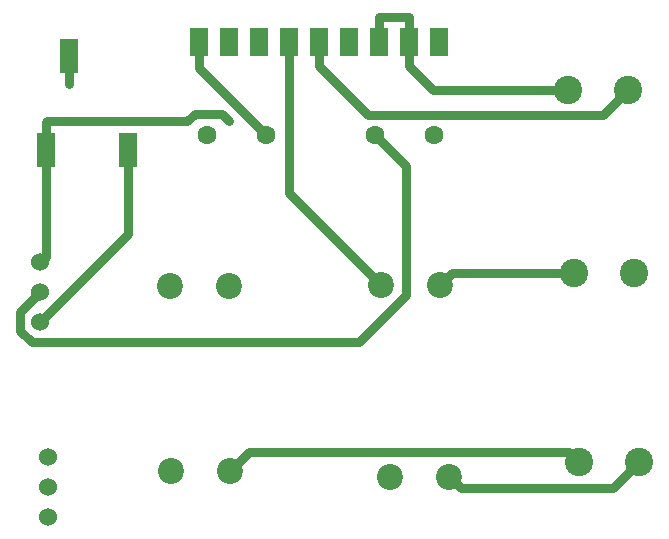
<source format=gtl>
G04 Layer: TopLayer*
G04 EasyEDA v6.5.22, 2022-11-10 10:58:02*
G04 6b3d640ebf974b0b8646ff979dfa74d8,4d8ab2db40884aeb91e54047068f32cb,10*
G04 Gerber Generator version 0.2*
G04 Scale: 100 percent, Rotated: No, Reflected: No *
G04 Dimensions in inches *
G04 leading zeros omitted , absolute positions ,3 integer and 6 decimal *
%FSLAX36Y36*%
%MOIN*%

%ADD10C,0.0300*%
%ADD11R,0.0591X0.1181*%
%ADD12C,0.0630*%
%ADD13C,0.0866*%
%ADD14C,0.0945*%
%ADD15C,0.0600*%
%ADD16R,0.0591X0.0921*%
%ADD17C,0.0240*%

%LPD*%
D10*
X1402799Y952519D02*
G01*
X1402799Y672800D01*
X1110000Y380000D01*
X1205950Y1267480D02*
G01*
X1205950Y1173420D01*
X1205950Y1173420D02*
G01*
X1205789Y1173420D01*
X2340000Y1396060D02*
G01*
X2240000Y1396060D01*
X2240000Y1315000D02*
G01*
X2240000Y1396060D01*
X2340000Y1317150D02*
G01*
X2340000Y1396060D01*
X2340000Y1317150D02*
G01*
X2340000Y1315000D01*
X2340000Y1233939D02*
G01*
X2418940Y1155000D01*
X2870000Y1155000D01*
X2340000Y1315000D02*
G01*
X2340000Y1233939D01*
X2905000Y-85000D02*
G01*
X2871620Y-51619D01*
X1806809Y-51619D01*
X1743429Y-115000D01*
X2890000Y545000D02*
G01*
X2483429Y545000D01*
X2443429Y505000D01*
X1940000Y1315000D02*
G01*
X1940000Y811579D01*
X2246580Y505000D01*
X1127209Y952519D02*
G01*
X1127209Y597210D01*
X1110000Y580000D01*
X3105000Y-85000D02*
G01*
X3017659Y-172339D01*
X2510770Y-172339D01*
X2473429Y-135000D01*
X1127209Y952519D02*
G01*
X1127209Y1046590D01*
X1127209Y1046590D02*
G01*
X1131920Y1051300D01*
X1600000Y1051300D01*
X1623609Y1074909D01*
X1714449Y1074909D01*
X1740000Y1049360D01*
X3070000Y1155000D02*
G01*
X2986580Y1071579D01*
X2202359Y1071579D01*
X2040000Y1233939D01*
X2040000Y1315000D02*
G01*
X2040000Y1233939D01*
X1110000Y480000D02*
G01*
X1043339Y413339D01*
X1043339Y351729D01*
X1081049Y314020D01*
X2172799Y314020D01*
X2330209Y471430D01*
X2330209Y901370D01*
X2226580Y1005000D01*
X1863429Y1005000D02*
G01*
X1640000Y1228429D01*
X1640000Y1315000D01*
D11*
G01*
X1402790Y952519D03*
G01*
X1205950Y1267480D03*
G01*
X1127209Y952519D03*
D12*
G01*
X1666580Y1005000D03*
G01*
X1863429Y1005000D03*
G01*
X2226580Y1005000D03*
G01*
X2423429Y1005000D03*
D13*
G01*
X2276580Y-135000D03*
G01*
X2473429Y-135000D03*
G01*
X2246580Y505000D03*
G01*
X2443429Y505000D03*
G01*
X1546580Y-115000D03*
G01*
X1743429Y-115000D03*
G01*
X1541580Y500000D03*
G01*
X1738419Y500000D03*
D14*
G01*
X2890000Y545000D03*
G01*
X3090000Y545000D03*
G01*
X2905000Y-85000D03*
G01*
X3105000Y-85000D03*
G01*
X2870000Y1155000D03*
G01*
X3070000Y1155000D03*
D15*
G01*
X1135000Y-170000D03*
G01*
X1135000Y-70000D03*
G01*
X1135000Y-270000D03*
G01*
X1110000Y480000D03*
G01*
X1110000Y580000D03*
G01*
X1110000Y380000D03*
D16*
G01*
X1640000Y1315000D03*
G01*
X1740000Y1315000D03*
G01*
X1840000Y1315000D03*
G01*
X1940000Y1315000D03*
G01*
X2040000Y1315000D03*
G01*
X2140000Y1315000D03*
G01*
X2240000Y1315000D03*
G01*
X2340000Y1315000D03*
G01*
X2440000Y1315000D03*
D17*
G01*
X1740000Y1049360D03*
G01*
X1205789Y1173420D03*
M02*

</source>
